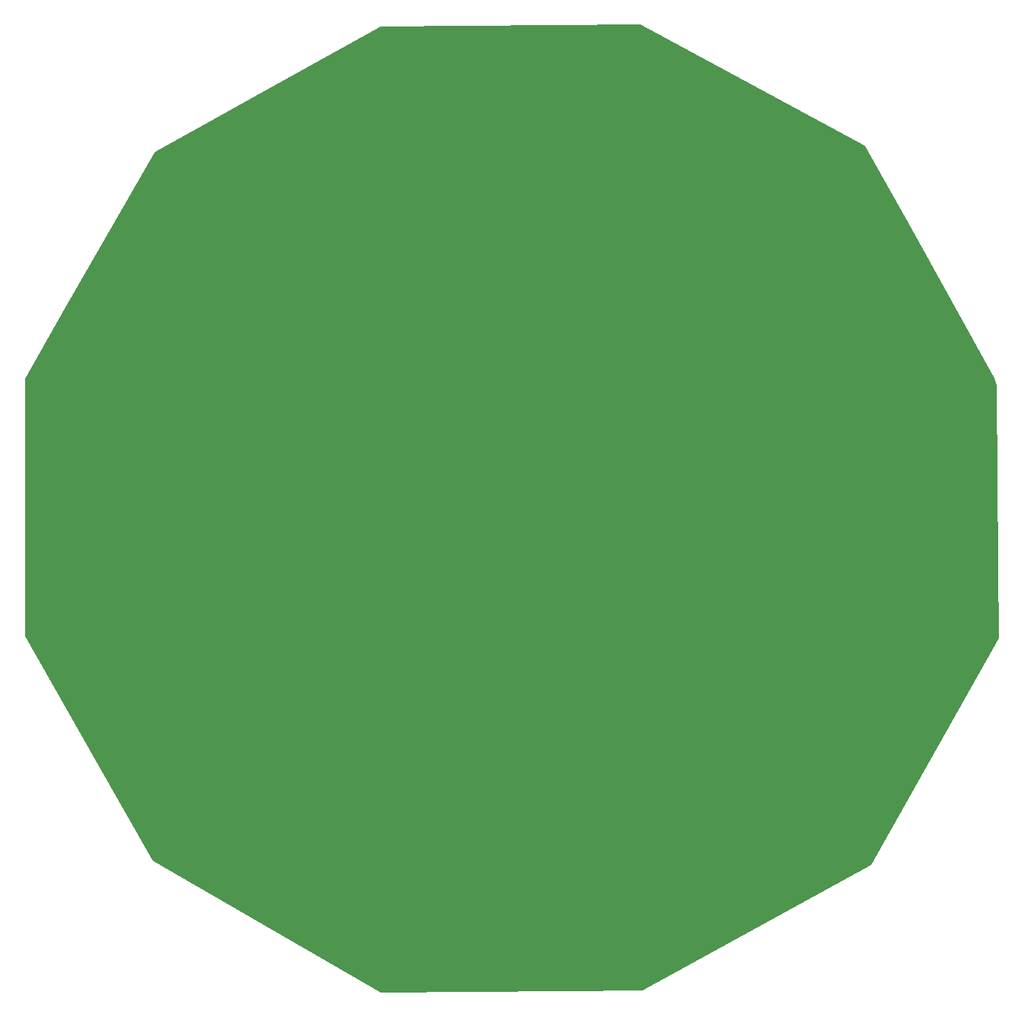
<source format=gbr>
G04 #@! TF.GenerationSoftware,KiCad,Pcbnew,(5.1.5)-3*
G04 #@! TF.CreationDate,2021-02-27T09:42:25-05:00*
G04 #@! TF.ProjectId,PDB,5044422e-6b69-4636-9164-5f7063625858,rev?*
G04 #@! TF.SameCoordinates,Original*
G04 #@! TF.FileFunction,Soldermask,Bot*
G04 #@! TF.FilePolarity,Negative*
%FSLAX46Y46*%
G04 Gerber Fmt 4.6, Leading zero omitted, Abs format (unit mm)*
G04 Created by KiCad (PCBNEW (5.1.5)-3) date 2021-02-27 09:42:25*
%MOMM*%
%LPD*%
G04 APERTURE LIST*
%ADD10C,0.100000*%
G04 APERTURE END LIST*
D10*
G36*
X262790000Y-76324434D02*
G01*
X268414171Y-86412232D01*
X278537155Y-104569330D01*
X278537157Y-104569335D01*
X278540000Y-104574434D01*
X278790000Y-105324434D01*
X278790000Y-106073872D01*
X278790004Y-106074914D01*
X278965835Y-127174566D01*
X279040000Y-136074434D01*
X279038020Y-136077946D01*
X279038020Y-136077947D01*
X263543015Y-163569086D01*
X263543012Y-163569091D01*
X263540000Y-163574434D01*
X235790000Y-178824434D01*
X226221126Y-178899779D01*
X204046147Y-179074386D01*
X204046143Y-179074386D01*
X204040000Y-179074434D01*
X176290000Y-163074434D01*
X169705365Y-151498221D01*
X160793037Y-135829774D01*
X160793035Y-135829771D01*
X160790000Y-135824434D01*
X160790000Y-104574434D01*
X165672290Y-96049801D01*
X176536948Y-77079762D01*
X176536951Y-77079758D01*
X176540000Y-77074434D01*
X193730549Y-67541493D01*
X204034631Y-61827411D01*
X204034634Y-61827410D01*
X204040000Y-61824434D01*
X235540000Y-61574434D01*
X262790000Y-76324434D01*
G37*
M02*

</source>
